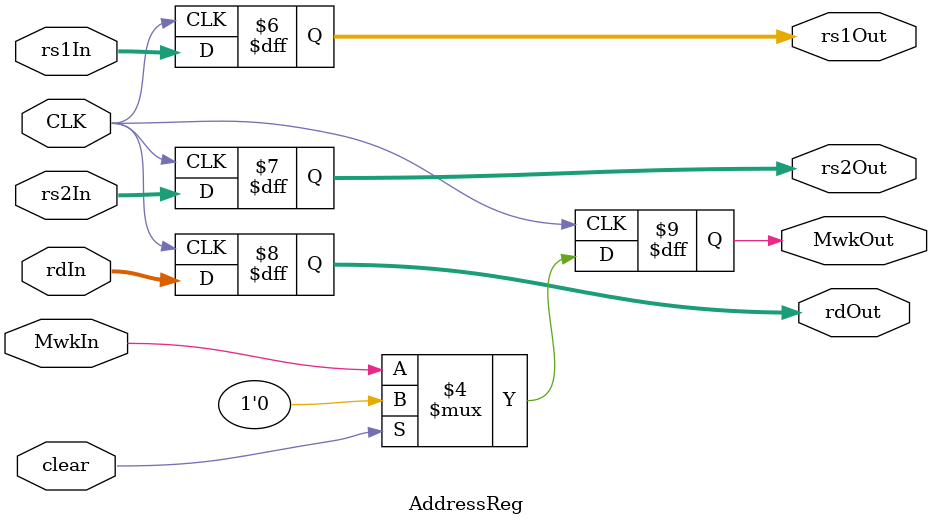
<source format=v>
`timescale 1ns / 1ps
module AddressReg(
        input clear,
        input CLK,  //时钟脉冲
        input [4:0] rs1In,
        input [4:0] rs2In,
        input [4:0] rdIn,
        input MwkIn,
        output reg [4:0] rs1Out,
        output reg [4:0] rs2Out,
        output reg [4:0] rdOut,
        output reg MwkOut
    );
    initial begin
        rs1Out <= 0;
        rs2Out <= 0;
        rdOut <= 0;
        MwkOut <= 0;
    end
    always @(negedge CLK) begin
        rs1Out <= rs1In;
        rs2Out <= rs2In;
        rdOut <= rdIn;
        if (clear) begin
            MwkOut <= 0;
        end
        else MwkOut <= MwkIn;
    end
endmodule
</source>
